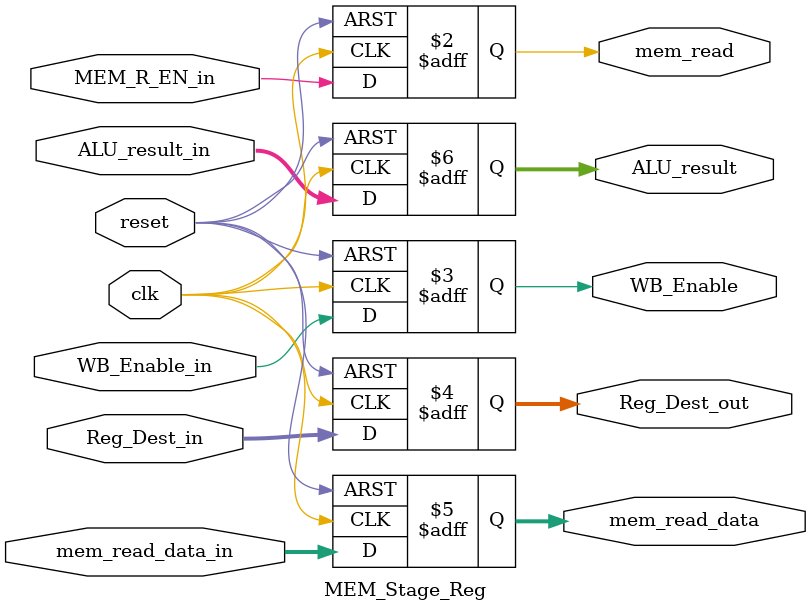
<source format=v>
module MEM_Stage_Reg(
  input clk, reset,
  input MEM_R_EN_in, WB_Enable_in,
  input[3 : 0] Reg_Dest_in,
  input[31 : 0] mem_read_data_in, ALU_result_in,
  output reg mem_read, WB_Enable,
  output reg[3 : 0] Reg_Dest_out,
  output reg[31 : 0] mem_read_data, ALU_result
);
 
  always @(posedge clk, posedge reset) begin
    if (reset) begin
        mem_read = 1'b0;
        WB_Enable = 1'b0;
        Reg_Dest_out = 4'b0;
        mem_read_data = 32'b0;
        ALU_result = 32'b0;
    end
    else begin
        mem_read = MEM_R_EN_in;
        WB_Enable = WB_Enable_in;
        Reg_Dest_out = Reg_Dest_in;
        mem_read_data = mem_read_data_in;
        ALU_result = ALU_result_in;
    end
  end
  
endmodule


</source>
